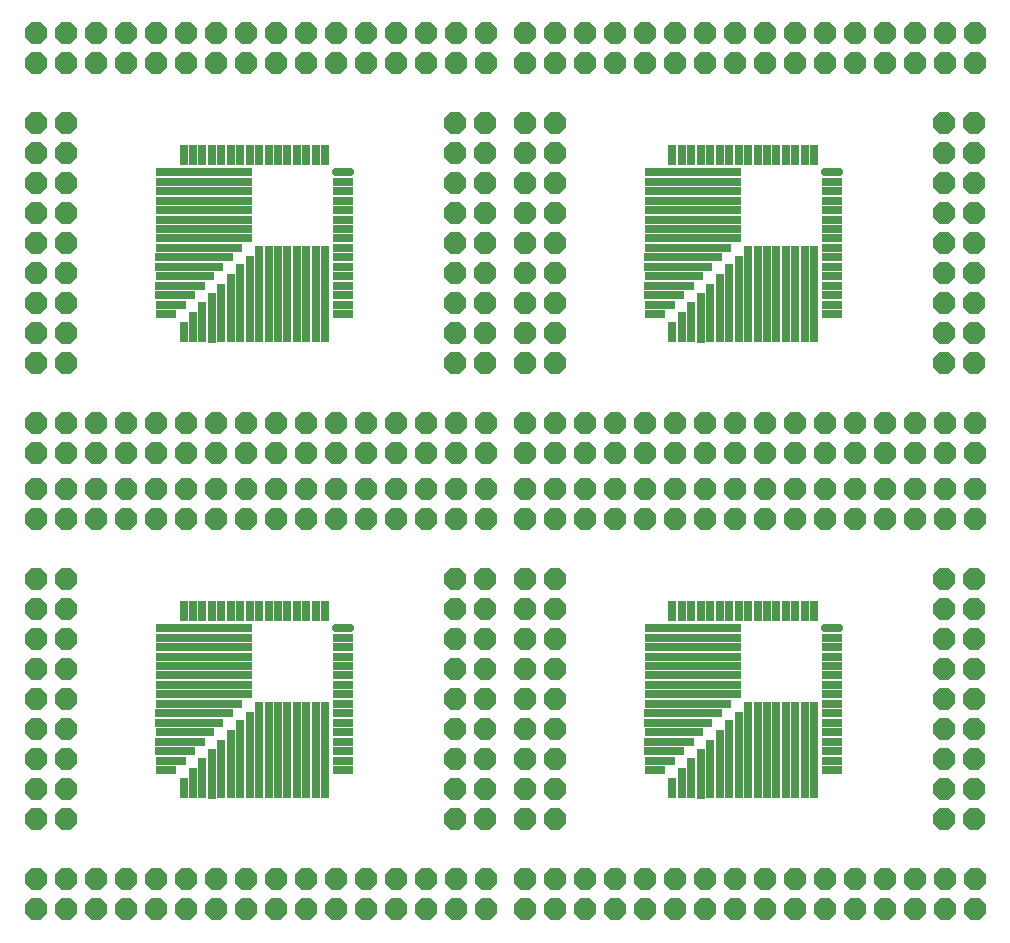
<source format=gbs>
G04*
G04 #@! TF.GenerationSoftware,Altium Limited,Altium Designer,22.0.2 (36)*
G04*
G04 Layer_Color=16711935*
%FSLAX44Y44*%
%MOMM*%
G71*
G04*
G04 #@! TF.SameCoordinates,7C54838C-0965-49BE-8F7A-A0EB361EFC81*
G04*
G04*
G04 #@! TF.FilePolarity,Negative*
G04*
G01*
G75*
%ADD111P,1.9518X8X292.5*%
%ADD112P,1.9518X8X202.5*%
%ADD113R,0.6532X1.8032*%
%ADD114R,7.4032X0.6532*%
%ADD115R,6.6032X0.6532*%
%ADD116R,5.8032X0.6532*%
%ADD117R,5.0032X0.6532*%
%ADD118R,4.2032X0.6532*%
%ADD119R,3.4032X0.6532*%
%ADD120R,2.6032X0.6532*%
%ADD121R,1.8032X0.6532*%
%ADD122R,8.2032X0.6532*%
%ADD123R,0.6532X7.4032*%
%ADD124R,0.6532X6.6032*%
%ADD125R,0.6532X5.8032*%
%ADD126R,0.6532X5.0032*%
%ADD127R,0.6532X4.2032*%
%ADD128R,0.6532X3.4032*%
%ADD129R,0.6532X2.6032*%
G04:AMPARAMS|DCode=130|XSize=0.6532mm|YSize=1.8032mm|CornerRadius=0mm|HoleSize=0mm|Usage=FLASHONLY|Rotation=90.000|XOffset=0mm|YOffset=0mm|HoleType=Round|Shape=Octagon|*
%AMOCTAGOND130*
4,1,8,-0.9016,-0.1633,-0.9016,0.1633,-0.7383,0.3266,0.7383,0.3266,0.9016,0.1633,0.9016,-0.1633,0.7383,-0.3266,-0.7383,-0.3266,-0.9016,-0.1633,0.0*
%
%ADD130OCTAGOND130*%

%ADD131R,0.6532X8.2032*%
D111*
X397300Y142200D02*
D03*
Y91400D02*
D03*
Y116800D02*
D03*
Y167600D02*
D03*
Y193000D02*
D03*
Y218400D02*
D03*
Y243800D02*
D03*
Y269200D02*
D03*
Y294600D02*
D03*
X372000D02*
D03*
Y269200D02*
D03*
Y243800D02*
D03*
Y218400D02*
D03*
Y167600D02*
D03*
Y193000D02*
D03*
Y116800D02*
D03*
Y142200D02*
D03*
Y91400D02*
D03*
X16700Y243800D02*
D03*
X16700Y294600D02*
D03*
X16700Y269200D02*
D03*
X16700Y218400D02*
D03*
Y193000D02*
D03*
X16700Y167600D02*
D03*
Y142200D02*
D03*
X16700Y116800D02*
D03*
X16700Y91400D02*
D03*
X42000D02*
D03*
Y116800D02*
D03*
Y142200D02*
D03*
Y167600D02*
D03*
Y218400D02*
D03*
Y193000D02*
D03*
Y269200D02*
D03*
Y243800D02*
D03*
Y294600D02*
D03*
X811300Y142200D02*
D03*
Y91400D02*
D03*
Y116800D02*
D03*
Y167600D02*
D03*
Y193000D02*
D03*
Y218400D02*
D03*
Y243800D02*
D03*
Y269200D02*
D03*
Y294600D02*
D03*
X786000D02*
D03*
Y269200D02*
D03*
Y243800D02*
D03*
Y218400D02*
D03*
Y167600D02*
D03*
Y193000D02*
D03*
Y116800D02*
D03*
Y142200D02*
D03*
Y91400D02*
D03*
X430700Y243800D02*
D03*
X430700Y294600D02*
D03*
X430700Y269200D02*
D03*
X430700Y218400D02*
D03*
Y193000D02*
D03*
X430700Y167600D02*
D03*
Y142200D02*
D03*
X430700Y116800D02*
D03*
X430700Y91400D02*
D03*
X456000D02*
D03*
Y116800D02*
D03*
Y142200D02*
D03*
Y167600D02*
D03*
Y218400D02*
D03*
Y193000D02*
D03*
Y269200D02*
D03*
Y243800D02*
D03*
Y294600D02*
D03*
X397300Y528200D02*
D03*
Y477400D02*
D03*
Y502800D02*
D03*
Y553600D02*
D03*
Y579000D02*
D03*
Y604400D02*
D03*
Y629800D02*
D03*
Y655200D02*
D03*
Y680600D02*
D03*
X372000D02*
D03*
Y655200D02*
D03*
Y629800D02*
D03*
Y604400D02*
D03*
Y553600D02*
D03*
Y579000D02*
D03*
Y502800D02*
D03*
Y528200D02*
D03*
Y477400D02*
D03*
X16700Y629800D02*
D03*
X16700Y680600D02*
D03*
X16700Y655200D02*
D03*
X16700Y604400D02*
D03*
Y579000D02*
D03*
X16700Y553600D02*
D03*
Y528200D02*
D03*
X16700Y502800D02*
D03*
X16700Y477400D02*
D03*
X42000D02*
D03*
Y502800D02*
D03*
Y528200D02*
D03*
Y553600D02*
D03*
Y604400D02*
D03*
Y579000D02*
D03*
Y655200D02*
D03*
Y629800D02*
D03*
Y680600D02*
D03*
X811300Y528200D02*
D03*
Y477400D02*
D03*
Y502800D02*
D03*
Y553600D02*
D03*
Y579000D02*
D03*
Y604400D02*
D03*
Y629800D02*
D03*
Y655200D02*
D03*
Y680600D02*
D03*
X786000D02*
D03*
Y655200D02*
D03*
Y629800D02*
D03*
Y604400D02*
D03*
Y553600D02*
D03*
Y579000D02*
D03*
Y502800D02*
D03*
Y528200D02*
D03*
Y477400D02*
D03*
X430700Y629800D02*
D03*
X430700Y680600D02*
D03*
X430700Y655200D02*
D03*
X430700Y604400D02*
D03*
Y579000D02*
D03*
X430700Y553600D02*
D03*
Y528200D02*
D03*
X430700Y502800D02*
D03*
X430700Y477400D02*
D03*
X456000D02*
D03*
Y502800D02*
D03*
Y528200D02*
D03*
Y553600D02*
D03*
Y604400D02*
D03*
Y579000D02*
D03*
Y655200D02*
D03*
Y629800D02*
D03*
Y680600D02*
D03*
D112*
X143500Y345400D02*
D03*
Y370700D02*
D03*
X67300Y345400D02*
D03*
X41900D02*
D03*
X92700Y345400D02*
D03*
X118100Y345400D02*
D03*
X16500D02*
D03*
X67300Y370700D02*
D03*
X41900D02*
D03*
X92700D02*
D03*
X118100D02*
D03*
X16500D02*
D03*
X270500Y345400D02*
D03*
X372100D02*
D03*
X245100D02*
D03*
X295900D02*
D03*
X321300Y345400D02*
D03*
X346700Y345400D02*
D03*
X397500Y370700D02*
D03*
X219700Y345400D02*
D03*
X397500D02*
D03*
X270500Y370700D02*
D03*
X372100D02*
D03*
X245100D02*
D03*
X295900D02*
D03*
X321300D02*
D03*
X346700D02*
D03*
X219700D02*
D03*
X194300Y345400D02*
D03*
X168900Y345400D02*
D03*
X194300Y370700D02*
D03*
X168900D02*
D03*
X270500Y40600D02*
D03*
Y15300D02*
D03*
X346700Y40600D02*
D03*
X372100D02*
D03*
X321300D02*
D03*
X295900D02*
D03*
X397500D02*
D03*
X346700Y15300D02*
D03*
X372100D02*
D03*
X321300D02*
D03*
X295900Y15300D02*
D03*
X397500Y15300D02*
D03*
X143500Y40600D02*
D03*
X41900D02*
D03*
X168900D02*
D03*
X118100D02*
D03*
X92700D02*
D03*
X67300D02*
D03*
X16500Y15300D02*
D03*
X194300Y40600D02*
D03*
X16500D02*
D03*
X143500Y15300D02*
D03*
X41900D02*
D03*
X168900D02*
D03*
X118100D02*
D03*
X92700D02*
D03*
X67300Y15300D02*
D03*
X194300D02*
D03*
X219700Y40600D02*
D03*
X245100D02*
D03*
X219700Y15300D02*
D03*
X245100D02*
D03*
X557500Y345400D02*
D03*
Y370700D02*
D03*
X481300Y345400D02*
D03*
X455900D02*
D03*
X506700Y345400D02*
D03*
X532100Y345400D02*
D03*
X430500D02*
D03*
X481300Y370700D02*
D03*
X455900D02*
D03*
X506700D02*
D03*
X532100D02*
D03*
X430500D02*
D03*
X684500Y345400D02*
D03*
X786100D02*
D03*
X659100D02*
D03*
X709900D02*
D03*
X735300Y345400D02*
D03*
X760700Y345400D02*
D03*
X811500Y370700D02*
D03*
X633700Y345400D02*
D03*
X811500D02*
D03*
X684500Y370700D02*
D03*
X786100D02*
D03*
X659100D02*
D03*
X709900D02*
D03*
X735300D02*
D03*
X760700D02*
D03*
X633700D02*
D03*
X608300Y345400D02*
D03*
X582900Y345400D02*
D03*
X608300Y370700D02*
D03*
X582900D02*
D03*
X684500Y40600D02*
D03*
Y15300D02*
D03*
X760700Y40600D02*
D03*
X786100D02*
D03*
X735300D02*
D03*
X709900D02*
D03*
X811500D02*
D03*
X760700Y15300D02*
D03*
X786100D02*
D03*
X735300D02*
D03*
X709900Y15300D02*
D03*
X811500Y15300D02*
D03*
X557500Y40600D02*
D03*
X455900D02*
D03*
X582900D02*
D03*
X532100D02*
D03*
X506700D02*
D03*
X481300D02*
D03*
X430500Y15300D02*
D03*
X608300Y40600D02*
D03*
X430500D02*
D03*
X557500Y15300D02*
D03*
X455900D02*
D03*
X582900D02*
D03*
X532100D02*
D03*
X506700D02*
D03*
X481300Y15300D02*
D03*
X608300D02*
D03*
X633700Y40600D02*
D03*
X659100D02*
D03*
X633700Y15300D02*
D03*
X659100D02*
D03*
X143500Y731400D02*
D03*
Y756700D02*
D03*
X67300Y731400D02*
D03*
X41900D02*
D03*
X92700Y731400D02*
D03*
X118100Y731400D02*
D03*
X16500D02*
D03*
X67300Y756700D02*
D03*
X41900D02*
D03*
X92700D02*
D03*
X118100D02*
D03*
X16500D02*
D03*
X270500Y731400D02*
D03*
X372100D02*
D03*
X245100D02*
D03*
X295900D02*
D03*
X321300Y731400D02*
D03*
X346700Y731400D02*
D03*
X397500Y756700D02*
D03*
X219700Y731400D02*
D03*
X397500D02*
D03*
X270500Y756700D02*
D03*
X372100D02*
D03*
X245100D02*
D03*
X295900D02*
D03*
X321300D02*
D03*
X346700D02*
D03*
X219700D02*
D03*
X194300Y731400D02*
D03*
X168900Y731400D02*
D03*
X194300Y756700D02*
D03*
X168900D02*
D03*
X270500Y426600D02*
D03*
Y401300D02*
D03*
X346700Y426600D02*
D03*
X372100D02*
D03*
X321300D02*
D03*
X295900D02*
D03*
X397500D02*
D03*
X346700Y401300D02*
D03*
X372100D02*
D03*
X321300D02*
D03*
X295900Y401300D02*
D03*
X397500Y401300D02*
D03*
X143500Y426600D02*
D03*
X41900D02*
D03*
X168900D02*
D03*
X118100D02*
D03*
X92700D02*
D03*
X67300D02*
D03*
X16500Y401300D02*
D03*
X194300Y426600D02*
D03*
X16500D02*
D03*
X143500Y401300D02*
D03*
X41900D02*
D03*
X168900D02*
D03*
X118100D02*
D03*
X92700D02*
D03*
X67300Y401300D02*
D03*
X194300D02*
D03*
X219700Y426600D02*
D03*
X245100D02*
D03*
X219700Y401300D02*
D03*
X245100D02*
D03*
X557500Y731400D02*
D03*
Y756700D02*
D03*
X481300Y731400D02*
D03*
X455900D02*
D03*
X506700Y731400D02*
D03*
X532100Y731400D02*
D03*
X430500D02*
D03*
X481300Y756700D02*
D03*
X455900D02*
D03*
X506700D02*
D03*
X532100D02*
D03*
X430500D02*
D03*
X684500Y731400D02*
D03*
X786100D02*
D03*
X659100D02*
D03*
X709900D02*
D03*
X735300Y731400D02*
D03*
X760700Y731400D02*
D03*
X811500Y756700D02*
D03*
X633700Y731400D02*
D03*
X811500D02*
D03*
X684500Y756700D02*
D03*
X786100D02*
D03*
X659100D02*
D03*
X709900D02*
D03*
X735300D02*
D03*
X760700D02*
D03*
X633700D02*
D03*
X608300Y731400D02*
D03*
X582900Y731400D02*
D03*
X608300Y756700D02*
D03*
X582900D02*
D03*
X684500Y426600D02*
D03*
Y401300D02*
D03*
X760700Y426600D02*
D03*
X786100D02*
D03*
X735300D02*
D03*
X709900D02*
D03*
X811500D02*
D03*
X760700Y401300D02*
D03*
X786100D02*
D03*
X735300D02*
D03*
X709900Y401300D02*
D03*
X811500Y401300D02*
D03*
X557500Y426600D02*
D03*
X455900D02*
D03*
X582900D02*
D03*
X532100D02*
D03*
X506700D02*
D03*
X481300D02*
D03*
X430500Y401300D02*
D03*
X608300Y426600D02*
D03*
X430500D02*
D03*
X557500Y401300D02*
D03*
X455900D02*
D03*
X582900D02*
D03*
X532100D02*
D03*
X506700D02*
D03*
X481300Y401300D02*
D03*
X608300D02*
D03*
X633700Y426600D02*
D03*
X659100D02*
D03*
X633700Y401300D02*
D03*
X659100D02*
D03*
D113*
X197755Y268000D02*
D03*
X189755D02*
D03*
X181755D02*
D03*
X173755D02*
D03*
X165755D02*
D03*
X157755D02*
D03*
X149755D02*
D03*
X141755D02*
D03*
X261755D02*
D03*
X253755D02*
D03*
X245755D02*
D03*
X237755D02*
D03*
X229755D02*
D03*
X221755D02*
D03*
X213755D02*
D03*
X205755D02*
D03*
X141755Y118000D02*
D03*
X611755Y268000D02*
D03*
X603755D02*
D03*
X595755D02*
D03*
X587755D02*
D03*
X579755D02*
D03*
X571755D02*
D03*
X563755D02*
D03*
X555755D02*
D03*
X675755D02*
D03*
X667755D02*
D03*
X659755D02*
D03*
X651755D02*
D03*
X643755D02*
D03*
X635755D02*
D03*
X627755D02*
D03*
X619755D02*
D03*
X555755Y118000D02*
D03*
X197755Y654000D02*
D03*
X189755D02*
D03*
X181755D02*
D03*
X173755D02*
D03*
X165755D02*
D03*
X157755D02*
D03*
X149755D02*
D03*
X141755D02*
D03*
X261755D02*
D03*
X253755D02*
D03*
X245755D02*
D03*
X237755D02*
D03*
X229755D02*
D03*
X221755D02*
D03*
X213755D02*
D03*
X205755D02*
D03*
X141755Y504000D02*
D03*
X611755Y654000D02*
D03*
X603755D02*
D03*
X595755D02*
D03*
X587755D02*
D03*
X579755D02*
D03*
X571755D02*
D03*
X563755D02*
D03*
X555755D02*
D03*
X675755D02*
D03*
X667755D02*
D03*
X659755D02*
D03*
X651755D02*
D03*
X643755D02*
D03*
X635755D02*
D03*
X627755D02*
D03*
X619755D02*
D03*
X555755Y504000D02*
D03*
D114*
X154755Y189000D02*
D03*
X568755D02*
D03*
X154755Y575000D02*
D03*
X568755D02*
D03*
D115*
X150755Y181000D02*
D03*
X564755D02*
D03*
X150755Y567000D02*
D03*
X564755D02*
D03*
D116*
X146755Y173000D02*
D03*
X560755D02*
D03*
X146755Y559000D02*
D03*
X560755D02*
D03*
D117*
X142755Y165000D02*
D03*
X556755D02*
D03*
X142755Y551000D02*
D03*
X556755D02*
D03*
D118*
X138755Y157000D02*
D03*
X552755D02*
D03*
X138755Y543000D02*
D03*
X552755D02*
D03*
D119*
X134755Y149000D02*
D03*
X548755D02*
D03*
X134755Y535000D02*
D03*
X548755D02*
D03*
D120*
X130755Y141000D02*
D03*
X544755D02*
D03*
X130755Y527000D02*
D03*
X544755D02*
D03*
D121*
X126755Y133000D02*
D03*
X276755D02*
D03*
Y141000D02*
D03*
Y149000D02*
D03*
Y157000D02*
D03*
Y165000D02*
D03*
Y173000D02*
D03*
Y181000D02*
D03*
Y189000D02*
D03*
Y245000D02*
D03*
Y237000D02*
D03*
Y229000D02*
D03*
Y221000D02*
D03*
Y213000D02*
D03*
Y205000D02*
D03*
Y197000D02*
D03*
X540755Y133000D02*
D03*
X690755D02*
D03*
Y141000D02*
D03*
Y149000D02*
D03*
Y157000D02*
D03*
Y165000D02*
D03*
Y173000D02*
D03*
Y181000D02*
D03*
Y189000D02*
D03*
Y245000D02*
D03*
Y237000D02*
D03*
Y229000D02*
D03*
Y221000D02*
D03*
Y213000D02*
D03*
Y205000D02*
D03*
Y197000D02*
D03*
X126755Y519000D02*
D03*
X276755D02*
D03*
Y527000D02*
D03*
Y535000D02*
D03*
Y543000D02*
D03*
Y551000D02*
D03*
Y559000D02*
D03*
Y567000D02*
D03*
Y575000D02*
D03*
Y631000D02*
D03*
Y623000D02*
D03*
Y615000D02*
D03*
Y607000D02*
D03*
Y599000D02*
D03*
Y591000D02*
D03*
Y583000D02*
D03*
X540755Y519000D02*
D03*
X690755D02*
D03*
Y527000D02*
D03*
Y535000D02*
D03*
Y543000D02*
D03*
Y551000D02*
D03*
Y559000D02*
D03*
Y567000D02*
D03*
Y575000D02*
D03*
Y631000D02*
D03*
Y623000D02*
D03*
Y615000D02*
D03*
Y607000D02*
D03*
Y599000D02*
D03*
Y591000D02*
D03*
Y583000D02*
D03*
D122*
X158755Y253000D02*
D03*
Y245000D02*
D03*
Y237000D02*
D03*
Y229000D02*
D03*
Y221000D02*
D03*
Y213000D02*
D03*
Y205000D02*
D03*
Y197000D02*
D03*
X572755Y253000D02*
D03*
Y245000D02*
D03*
Y237000D02*
D03*
Y229000D02*
D03*
Y221000D02*
D03*
Y213000D02*
D03*
Y205000D02*
D03*
Y197000D02*
D03*
X158755Y639000D02*
D03*
Y631000D02*
D03*
Y623000D02*
D03*
Y615000D02*
D03*
Y607000D02*
D03*
Y599000D02*
D03*
Y591000D02*
D03*
Y583000D02*
D03*
X572755Y639000D02*
D03*
Y631000D02*
D03*
Y623000D02*
D03*
Y615000D02*
D03*
Y607000D02*
D03*
Y599000D02*
D03*
Y591000D02*
D03*
Y583000D02*
D03*
D123*
X197755Y146000D02*
D03*
X611755D02*
D03*
X197755Y532000D02*
D03*
X611755D02*
D03*
D124*
X189755Y142000D02*
D03*
X603755D02*
D03*
X189755Y528000D02*
D03*
X603755D02*
D03*
D125*
X181755Y138000D02*
D03*
X595755D02*
D03*
X181755Y524000D02*
D03*
X595755D02*
D03*
D126*
X173755Y134000D02*
D03*
X587755D02*
D03*
X173755Y520000D02*
D03*
X587755D02*
D03*
D127*
X165755Y130000D02*
D03*
X579755D02*
D03*
X165755Y516000D02*
D03*
X579755D02*
D03*
D128*
X157755Y126000D02*
D03*
X571755D02*
D03*
X157755Y512000D02*
D03*
X571755D02*
D03*
D129*
X149755Y122000D02*
D03*
X563755D02*
D03*
X149755Y508000D02*
D03*
X563755D02*
D03*
D130*
X276755Y253000D02*
D03*
X690755D02*
D03*
X276755Y639000D02*
D03*
X690755D02*
D03*
D131*
X261755Y150000D02*
D03*
X253755D02*
D03*
X245755D02*
D03*
X237755D02*
D03*
X229755D02*
D03*
X221755D02*
D03*
X213755D02*
D03*
X205755D02*
D03*
X675755D02*
D03*
X667755D02*
D03*
X659755D02*
D03*
X651755D02*
D03*
X643755D02*
D03*
X635755D02*
D03*
X627755D02*
D03*
X619755D02*
D03*
X261755Y536000D02*
D03*
X253755D02*
D03*
X245755D02*
D03*
X237755D02*
D03*
X229755D02*
D03*
X221755D02*
D03*
X213755D02*
D03*
X205755D02*
D03*
X675755D02*
D03*
X667755D02*
D03*
X659755D02*
D03*
X651755D02*
D03*
X643755D02*
D03*
X635755D02*
D03*
X627755D02*
D03*
X619755D02*
D03*
M02*

</source>
